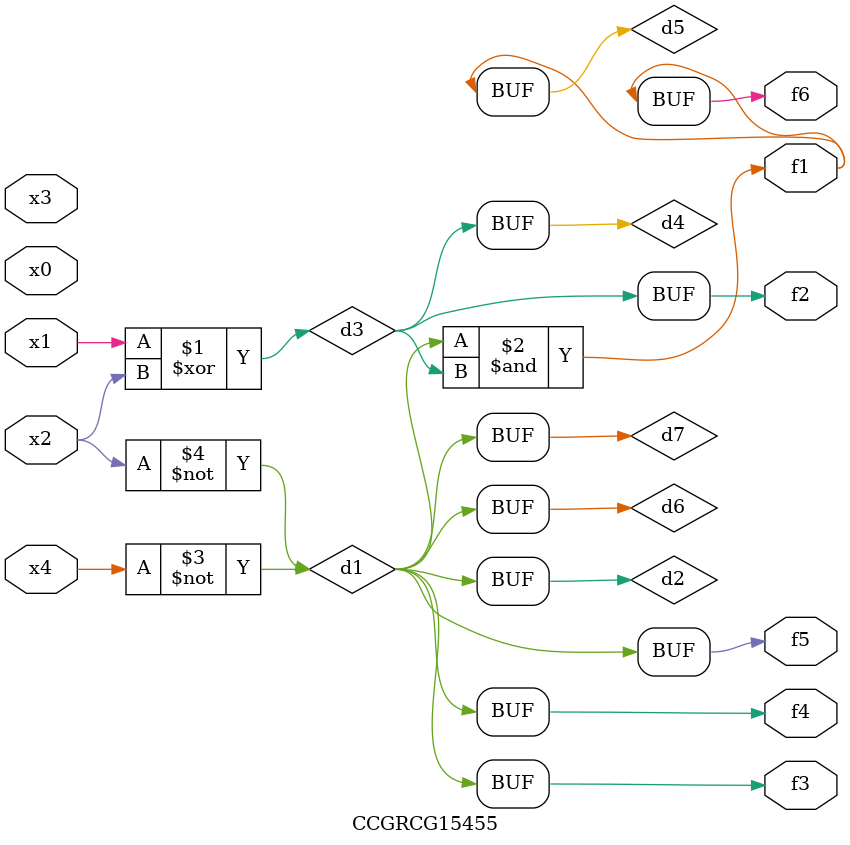
<source format=v>
module CCGRCG15455(
	input x0, x1, x2, x3, x4,
	output f1, f2, f3, f4, f5, f6
);

	wire d1, d2, d3, d4, d5, d6, d7;

	not (d1, x4);
	not (d2, x2);
	xor (d3, x1, x2);
	buf (d4, d3);
	and (d5, d1, d3);
	buf (d6, d1, d2);
	buf (d7, d2);
	assign f1 = d5;
	assign f2 = d4;
	assign f3 = d7;
	assign f4 = d7;
	assign f5 = d7;
	assign f6 = d5;
endmodule

</source>
